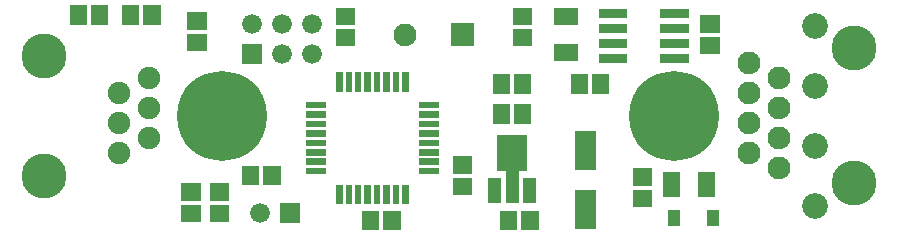
<source format=gbr>
G04 start of page 5 for group -4063 idx -4063 *
G04 Title: (unknown), componentmask *
G04 Creator: pcb 20110918 *
G04 CreationDate: Sat 02 Feb 2013 06:53:47 PM GMT UTC *
G04 For: petersen *
G04 Format: Gerber/RS-274X *
G04 PCB-Dimensions: 293000 81000 *
G04 PCB-Coordinate-Origin: lower left *
%MOIN*%
%FSLAX25Y25*%
%LNTOPMASK*%
%ADD73R,0.0300X0.0300*%
%ADD72R,0.0420X0.0420*%
%ADD71R,0.0690X0.0690*%
%ADD70R,0.1005X0.1005*%
%ADD69R,0.0438X0.0438*%
%ADD68R,0.0217X0.0217*%
%ADD67R,0.0572X0.0572*%
%ADD66C,0.0660*%
%ADD65C,0.0750*%
%ADD64C,0.0760*%
%ADD63C,0.0001*%
%ADD62C,0.1500*%
%ADD61C,0.0860*%
%ADD60C,0.2937*%
%ADD59C,0.2997*%
G54D59*X221500Y40500D03*
G54D60*D03*
G54D61*X268500Y50500D03*
Y70500D03*
G54D62*X281500Y18000D03*
Y63000D03*
G54D61*X268500Y10500D03*
Y30500D03*
G54D63*G36*
X147306Y71300D02*Y63700D01*
X154906D01*
Y71300D01*
X147306D01*
G37*
G54D64*X131894Y67500D03*
X256500Y23000D03*
Y33000D03*
Y43000D03*
Y53000D03*
X246500Y28000D03*
Y38000D03*
Y48000D03*
Y58000D03*
G54D62*X11500Y60500D03*
G54D65*X46500Y53000D03*
X36500Y48000D03*
X46500Y43000D03*
X36500Y38000D03*
X46500Y33000D03*
X36500Y28000D03*
G54D62*X11500Y20500D03*
G54D59*X71000Y40500D03*
G54D63*G36*
X77700Y64300D02*Y57700D01*
X84300D01*
Y64300D01*
X77700D01*
G37*
G54D66*X91000Y61000D03*
X101000D03*
X81000Y71000D03*
X91000D03*
X101000D03*
G54D63*G36*
X90200Y11300D02*Y4700D01*
X96800D01*
Y11300D01*
X90200D01*
G37*
G54D66*X83500Y8000D03*
G54D67*X47543Y74393D02*Y73607D01*
X40457Y74393D02*Y73607D01*
X22957Y74393D02*Y73607D01*
X30043Y74393D02*Y73607D01*
X62107Y72043D02*X62893D01*
X62107Y64957D02*X62893D01*
X69607Y15043D02*X70393D01*
X69607Y7957D02*X70393D01*
X60107Y15043D02*X60893D01*
X60107Y7957D02*X60893D01*
X80457Y20893D02*Y20107D01*
X87543Y20893D02*Y20107D01*
X111607Y66457D02*X112393D01*
X111607Y73543D02*X112393D01*
G54D68*X132023Y53992D02*Y49566D01*
X128874Y53992D02*Y49566D01*
X125724Y53992D02*Y49566D01*
X122575Y53992D02*Y49566D01*
X119425Y53992D02*Y49566D01*
X116275Y53992D02*Y49566D01*
X113126Y53992D02*Y49566D01*
X109976Y53992D02*Y49566D01*
G54D67*X120457Y5893D02*Y5107D01*
X127543Y5893D02*Y5107D01*
G54D68*X109977Y16434D02*Y12008D01*
X113126Y16434D02*Y12008D01*
X116276Y16434D02*Y12008D01*
X119425Y16434D02*Y12008D01*
X122575Y16434D02*Y12008D01*
X125725Y16434D02*Y12008D01*
X128874Y16434D02*Y12008D01*
X132024Y16434D02*Y12008D01*
X100008Y44023D02*X104434D01*
X100008Y40874D02*X104434D01*
X100008Y37724D02*X104434D01*
X100008Y34575D02*X104434D01*
X100008Y31425D02*X104434D01*
X100008Y28275D02*X104434D01*
X100008Y25126D02*X104434D01*
X100008Y21976D02*X104434D01*
X137566Y21977D02*X141992D01*
X137566Y25126D02*X141992D01*
X137566Y28276D02*X141992D01*
X137566Y31425D02*X141992D01*
X137566Y34575D02*X141992D01*
X137566Y37725D02*X141992D01*
X137566Y40874D02*X141992D01*
X137566Y44024D02*X141992D01*
G54D67*X163957Y51393D02*Y50607D01*
X171043Y51393D02*Y50607D01*
X170607Y66457D02*X171393D01*
X170607Y73543D02*X171393D01*
X184319Y73405D02*X186681D01*
X184319Y61595D02*X186681D01*
X189957Y51393D02*Y50607D01*
X163957Y41393D02*Y40607D01*
X150607Y16957D02*X151393D01*
X150607Y24043D02*X151393D01*
G54D69*X161688Y17547D02*Y13453D01*
X167594Y25263D02*Y13453D01*
G54D70*Y28887D02*Y26997D01*
G54D67*X171043Y41393D02*Y40607D01*
X166457Y5893D02*Y5107D01*
X173543Y5893D02*Y5107D01*
G54D71*X192000Y12307D02*Y6008D01*
Y31992D02*Y25693D01*
G54D69*X173500Y17547D02*Y13453D01*
G54D72*X221600Y7100D02*Y5900D01*
G54D67*X220595Y18681D02*Y16319D01*
X210607Y12957D02*X211393D01*
X210607Y20043D02*X211393D01*
G54D72*X234500Y7100D02*Y5900D01*
G54D67*X232405Y18681D02*Y16319D01*
X233107Y71043D02*X233893D01*
X233107Y63957D02*X233893D01*
G54D73*X218500Y64500D02*X225000D01*
X218500Y69500D02*X225000D01*
X218500Y74500D02*X225000D01*
X198000Y59500D02*X204500D01*
G54D67*X197043Y51393D02*Y50607D01*
G54D73*X218500Y59500D02*X225000D01*
X198000Y74500D02*X204500D01*
X198000Y69500D02*X204500D01*
X198000Y64500D02*X204500D01*
M02*

</source>
